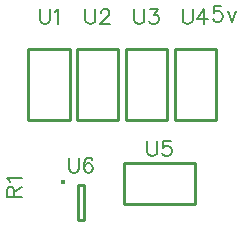
<source format=gbr>
G04 DipTrace 2.4.0.2*
%INTopSilk.gbr*%
%MOIN*%
%ADD10C,0.0098*%
%ADD15C,0.0154*%
%ADD37C,0.0077*%
%FSLAX44Y44*%
G04*
G70*
G90*
G75*
G01*
%LNTopSilk*%
%LPD*%
D15*
X5168Y5748D3*
X5669Y5656D2*
D10*
Y4475D1*
X5866D1*
Y5656D1*
X5669D1*
X5378Y10190D2*
X4002D1*
Y7815D1*
X5378D1*
Y10190D1*
X7002D2*
X5627D1*
Y7815D1*
X7002D1*
Y10190D1*
X8627D2*
X7252D1*
Y7815D1*
X8627D1*
Y10190D1*
X10252D2*
X8877D1*
Y7815D1*
X10252D1*
Y10190D1*
X7190Y6377D2*
X9565D1*
Y5002D1*
X7190D1*
Y6377D1*
X5359Y6558D2*
D37*
Y6199D1*
X5383Y6127D1*
X5431Y6080D1*
X5503Y6055D1*
X5550D1*
X5622Y6080D1*
X5670Y6127D1*
X5694Y6199D1*
Y6558D1*
X6135Y6486D2*
X6111Y6533D1*
X6040Y6557D1*
X5992D1*
X5920Y6533D1*
X5872Y6462D1*
X5848Y6342D1*
Y6223D1*
X5872Y6127D1*
X5920Y6079D1*
X5992Y6055D1*
X6016D1*
X6087Y6079D1*
X6135Y6127D1*
X6159Y6199D1*
Y6223D1*
X6135Y6295D1*
X6087Y6342D1*
X6016Y6366D1*
X5992D1*
X5920Y6342D1*
X5872Y6295D1*
X5848Y6223D1*
X4385Y11513D2*
Y11154D1*
X4409Y11082D1*
X4457Y11035D1*
X4529Y11010D1*
X4577D1*
X4648Y11035D1*
X4697Y11082D1*
X4720Y11154D1*
Y11513D1*
X4875Y11417D2*
X4923Y11441D1*
X4995Y11512D1*
Y11010D1*
X5903Y11513D2*
Y11154D1*
X5927Y11082D1*
X5975Y11035D1*
X6047Y11010D1*
X6094D1*
X6166Y11035D1*
X6214Y11082D1*
X6238Y11154D1*
Y11513D1*
X6417Y11393D2*
Y11417D1*
X6440Y11465D1*
X6464Y11488D1*
X6512Y11512D1*
X6608D1*
X6655Y11488D1*
X6679Y11465D1*
X6703Y11417D1*
Y11369D1*
X6679Y11321D1*
X6632Y11250D1*
X6392Y11010D1*
X6727D1*
X7528Y11513D2*
Y11154D1*
X7552Y11082D1*
X7600Y11035D1*
X7672Y11010D1*
X7719D1*
X7791Y11035D1*
X7839Y11082D1*
X7863Y11154D1*
Y11513D1*
X8065Y11512D2*
X8328D1*
X8185Y11321D1*
X8257D1*
X8304Y11297D1*
X8328Y11273D1*
X8352Y11202D1*
Y11154D1*
X8328Y11082D1*
X8280Y11034D1*
X8208Y11010D1*
X8137D1*
X8065Y11034D1*
X8042Y11058D1*
X8017Y11106D1*
X9141Y11513D2*
Y11154D1*
X9165Y11082D1*
X9213Y11035D1*
X9285Y11010D1*
X9332D1*
X9404Y11035D1*
X9452Y11082D1*
X9476Y11154D1*
Y11513D1*
X9870Y11010D2*
Y11512D1*
X9630Y11178D1*
X9989D1*
X7965Y7110D2*
Y6751D1*
X7989Y6679D1*
X8037Y6632D1*
X8109Y6607D1*
X8157D1*
X8228Y6632D1*
X8277Y6679D1*
X8300Y6751D1*
Y7110D1*
X8742Y7109D2*
X8503D1*
X8479Y6894D1*
X8503Y6918D1*
X8575Y6942D1*
X8646D1*
X8718Y6918D1*
X8766Y6870D1*
X8790Y6799D1*
Y6751D1*
X8766Y6679D1*
X8718Y6631D1*
X8646Y6607D1*
X8575D1*
X8503Y6631D1*
X8479Y6655D1*
X8455Y6703D1*
X3527Y5259D2*
Y5474D1*
X3502Y5546D1*
X3479Y5571D1*
X3431Y5594D1*
X3383D1*
X3336Y5571D1*
X3311Y5546D1*
X3287Y5474D1*
Y5259D1*
X3790D1*
X3527Y5427D2*
X3790Y5594D1*
X3384Y5749D2*
X3359Y5797D1*
X3288Y5869D1*
X3790D1*
X10438Y11597D2*
X10199D1*
X10176Y11382D1*
X10199Y11406D1*
X10271Y11430D1*
X10343D1*
X10414Y11406D1*
X10463Y11358D1*
X10486Y11286D1*
Y11239D1*
X10463Y11167D1*
X10414Y11119D1*
X10343Y11095D1*
X10271D1*
X10199Y11119D1*
X10176Y11143D1*
X10151Y11191D1*
X10641Y11430D2*
X10784Y11095D1*
X10928Y11430D1*
M02*

</source>
